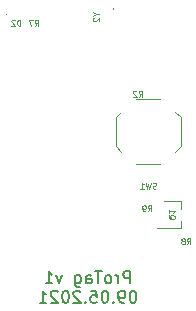
<source format=gbr>
G04 #@! TF.GenerationSoftware,KiCad,Pcbnew,(5.1.6)-1*
G04 #@! TF.CreationDate,2021-05-09T15:01:23+05:30*
G04 #@! TF.ProjectId,ProTag,50726f54-6167-42e6-9b69-6361645f7063,1*
G04 #@! TF.SameCoordinates,Original*
G04 #@! TF.FileFunction,Legend,Bot*
G04 #@! TF.FilePolarity,Positive*
%FSLAX45Y45*%
G04 Gerber Fmt 4.5, Leading zero omitted, Abs format (unit mm)*
G04 Created by KiCad (PCBNEW (5.1.6)-1) date 2021-05-09 15:01:23*
%MOMM*%
%LPD*%
G01*
G04 APERTURE LIST*
%ADD10C,0.150000*%
%ADD11C,0.100000*%
%ADD12C,0.120000*%
G04 APERTURE END LIST*
D10*
X18654762Y-13332738D02*
X18654762Y-13232738D01*
X18616667Y-13232738D01*
X18607143Y-13237500D01*
X18602381Y-13242262D01*
X18597619Y-13251786D01*
X18597619Y-13266071D01*
X18602381Y-13275595D01*
X18607143Y-13280357D01*
X18616667Y-13285119D01*
X18654762Y-13285119D01*
X18554762Y-13332738D02*
X18554762Y-13266071D01*
X18554762Y-13285119D02*
X18550000Y-13275595D01*
X18545238Y-13270833D01*
X18535714Y-13266071D01*
X18526190Y-13266071D01*
X18478571Y-13332738D02*
X18488095Y-13327976D01*
X18492857Y-13323214D01*
X18497619Y-13313690D01*
X18497619Y-13285119D01*
X18492857Y-13275595D01*
X18488095Y-13270833D01*
X18478571Y-13266071D01*
X18464286Y-13266071D01*
X18454762Y-13270833D01*
X18450000Y-13275595D01*
X18445238Y-13285119D01*
X18445238Y-13313690D01*
X18450000Y-13323214D01*
X18454762Y-13327976D01*
X18464286Y-13332738D01*
X18478571Y-13332738D01*
X18416667Y-13232738D02*
X18359524Y-13232738D01*
X18388095Y-13332738D02*
X18388095Y-13232738D01*
X18283333Y-13332738D02*
X18283333Y-13280357D01*
X18288095Y-13270833D01*
X18297619Y-13266071D01*
X18316667Y-13266071D01*
X18326190Y-13270833D01*
X18283333Y-13327976D02*
X18292857Y-13332738D01*
X18316667Y-13332738D01*
X18326190Y-13327976D01*
X18330952Y-13318452D01*
X18330952Y-13308928D01*
X18326190Y-13299405D01*
X18316667Y-13294643D01*
X18292857Y-13294643D01*
X18283333Y-13289881D01*
X18192857Y-13266071D02*
X18192857Y-13347024D01*
X18197619Y-13356548D01*
X18202381Y-13361309D01*
X18211905Y-13366071D01*
X18226190Y-13366071D01*
X18235714Y-13361309D01*
X18192857Y-13327976D02*
X18202381Y-13332738D01*
X18221429Y-13332738D01*
X18230952Y-13327976D01*
X18235714Y-13323214D01*
X18240476Y-13313690D01*
X18240476Y-13285119D01*
X18235714Y-13275595D01*
X18230952Y-13270833D01*
X18221429Y-13266071D01*
X18202381Y-13266071D01*
X18192857Y-13270833D01*
X18078571Y-13266071D02*
X18054762Y-13332738D01*
X18030952Y-13266071D01*
X17940476Y-13332738D02*
X17997619Y-13332738D01*
X17969048Y-13332738D02*
X17969048Y-13232738D01*
X17978571Y-13247024D01*
X17988095Y-13256548D01*
X17997619Y-13261309D01*
X18685714Y-13397738D02*
X18676190Y-13397738D01*
X18666667Y-13402500D01*
X18661905Y-13407262D01*
X18657143Y-13416786D01*
X18652381Y-13435833D01*
X18652381Y-13459643D01*
X18657143Y-13478690D01*
X18661905Y-13488214D01*
X18666667Y-13492976D01*
X18676190Y-13497738D01*
X18685714Y-13497738D01*
X18695238Y-13492976D01*
X18700000Y-13488214D01*
X18704762Y-13478690D01*
X18709524Y-13459643D01*
X18709524Y-13435833D01*
X18704762Y-13416786D01*
X18700000Y-13407262D01*
X18695238Y-13402500D01*
X18685714Y-13397738D01*
X18604762Y-13497738D02*
X18585714Y-13497738D01*
X18576190Y-13492976D01*
X18571429Y-13488214D01*
X18561905Y-13473928D01*
X18557143Y-13454881D01*
X18557143Y-13416786D01*
X18561905Y-13407262D01*
X18566667Y-13402500D01*
X18576190Y-13397738D01*
X18595238Y-13397738D01*
X18604762Y-13402500D01*
X18609524Y-13407262D01*
X18614286Y-13416786D01*
X18614286Y-13440595D01*
X18609524Y-13450119D01*
X18604762Y-13454881D01*
X18595238Y-13459643D01*
X18576190Y-13459643D01*
X18566667Y-13454881D01*
X18561905Y-13450119D01*
X18557143Y-13440595D01*
X18514286Y-13488214D02*
X18509524Y-13492976D01*
X18514286Y-13497738D01*
X18519048Y-13492976D01*
X18514286Y-13488214D01*
X18514286Y-13497738D01*
X18447619Y-13397738D02*
X18438095Y-13397738D01*
X18428571Y-13402500D01*
X18423810Y-13407262D01*
X18419048Y-13416786D01*
X18414286Y-13435833D01*
X18414286Y-13459643D01*
X18419048Y-13478690D01*
X18423810Y-13488214D01*
X18428571Y-13492976D01*
X18438095Y-13497738D01*
X18447619Y-13497738D01*
X18457143Y-13492976D01*
X18461905Y-13488214D01*
X18466667Y-13478690D01*
X18471429Y-13459643D01*
X18471429Y-13435833D01*
X18466667Y-13416786D01*
X18461905Y-13407262D01*
X18457143Y-13402500D01*
X18447619Y-13397738D01*
X18323810Y-13397738D02*
X18371429Y-13397738D01*
X18376190Y-13445357D01*
X18371429Y-13440595D01*
X18361905Y-13435833D01*
X18338095Y-13435833D01*
X18328571Y-13440595D01*
X18323810Y-13445357D01*
X18319048Y-13454881D01*
X18319048Y-13478690D01*
X18323810Y-13488214D01*
X18328571Y-13492976D01*
X18338095Y-13497738D01*
X18361905Y-13497738D01*
X18371429Y-13492976D01*
X18376190Y-13488214D01*
X18276190Y-13488214D02*
X18271429Y-13492976D01*
X18276190Y-13497738D01*
X18280952Y-13492976D01*
X18276190Y-13488214D01*
X18276190Y-13497738D01*
X18233333Y-13407262D02*
X18228571Y-13402500D01*
X18219048Y-13397738D01*
X18195238Y-13397738D01*
X18185714Y-13402500D01*
X18180952Y-13407262D01*
X18176190Y-13416786D01*
X18176190Y-13426309D01*
X18180952Y-13440595D01*
X18238095Y-13497738D01*
X18176190Y-13497738D01*
X18114286Y-13397738D02*
X18104762Y-13397738D01*
X18095238Y-13402500D01*
X18090476Y-13407262D01*
X18085714Y-13416786D01*
X18080952Y-13435833D01*
X18080952Y-13459643D01*
X18085714Y-13478690D01*
X18090476Y-13488214D01*
X18095238Y-13492976D01*
X18104762Y-13497738D01*
X18114286Y-13497738D01*
X18123810Y-13492976D01*
X18128571Y-13488214D01*
X18133333Y-13478690D01*
X18138095Y-13459643D01*
X18138095Y-13435833D01*
X18133333Y-13416786D01*
X18128571Y-13407262D01*
X18123810Y-13402500D01*
X18114286Y-13397738D01*
X18042857Y-13407262D02*
X18038095Y-13402500D01*
X18028571Y-13397738D01*
X18004762Y-13397738D01*
X17995238Y-13402500D01*
X17990476Y-13407262D01*
X17985714Y-13416786D01*
X17985714Y-13426309D01*
X17990476Y-13440595D01*
X18047619Y-13497738D01*
X17985714Y-13497738D01*
X17890476Y-13497738D02*
X17947619Y-13497738D01*
X17919048Y-13497738D02*
X17919048Y-13397738D01*
X17928571Y-13412024D01*
X17938095Y-13421548D01*
X17947619Y-13426309D01*
D11*
G04 #@! TO.C,D2*
X17609000Y-11060000D02*
G75*
G03*
X17609000Y-11060000I-5000J0D01*
G01*
D12*
G04 #@! TO.C,Q1*
X18944500Y-12636500D02*
X19085500Y-12636500D01*
X19085500Y-12868500D02*
X18882500Y-12868500D01*
X19085500Y-12868500D02*
X19085500Y-12802500D01*
X19085500Y-12702500D02*
X19085500Y-12636500D01*
G04 #@! TO.C,SW1*
X19085000Y-12175000D02*
X19085000Y-11925000D01*
X18910000Y-12325000D02*
X18710000Y-12325000D01*
X18535000Y-12175000D02*
X18535000Y-11925000D01*
X18910000Y-11775000D02*
X18710000Y-11775000D01*
X19040000Y-12220000D02*
X19085000Y-12175000D01*
X19040000Y-11880000D02*
X19085000Y-11925000D01*
X18580000Y-11880000D02*
X18535000Y-11925000D01*
X18580000Y-12220000D02*
X18535000Y-12175000D01*
D11*
G04 #@! TO.C,Y2*
X18510000Y-11010000D02*
X18510000Y-11010000D01*
X18510000Y-11000000D02*
X18510000Y-11000000D01*
X18510000Y-11010000D02*
G75*
G03*
X18510000Y-11000000I0J5000D01*
G01*
X18510000Y-11000000D02*
G75*
G03*
X18510000Y-11010000I0J-5000D01*
G01*
G04 #@! TO.C,D2*
X17726905Y-11152619D02*
X17726905Y-11102619D01*
X17715000Y-11102619D01*
X17707857Y-11105000D01*
X17703095Y-11109762D01*
X17700714Y-11114524D01*
X17698333Y-11124048D01*
X17698333Y-11131190D01*
X17700714Y-11140714D01*
X17703095Y-11145476D01*
X17707857Y-11150238D01*
X17715000Y-11152619D01*
X17726905Y-11152619D01*
X17679286Y-11107381D02*
X17676905Y-11105000D01*
X17672143Y-11102619D01*
X17660238Y-11102619D01*
X17655476Y-11105000D01*
X17653095Y-11107381D01*
X17650714Y-11112143D01*
X17650714Y-11116905D01*
X17653095Y-11124048D01*
X17681667Y-11152619D01*
X17650714Y-11152619D01*
G04 #@! TO.C,Q1*
X18982619Y-12754762D02*
X18985000Y-12759524D01*
X18989762Y-12764286D01*
X18996905Y-12771428D01*
X18999286Y-12776190D01*
X18999286Y-12780952D01*
X18987381Y-12778571D02*
X18989762Y-12783333D01*
X18994524Y-12788095D01*
X19004048Y-12790476D01*
X19020714Y-12790476D01*
X19030238Y-12788095D01*
X19035000Y-12783333D01*
X19037381Y-12778571D01*
X19037381Y-12769048D01*
X19035000Y-12764286D01*
X19030238Y-12759524D01*
X19020714Y-12757143D01*
X19004048Y-12757143D01*
X18994524Y-12759524D01*
X18989762Y-12764286D01*
X18987381Y-12769048D01*
X18987381Y-12778571D01*
X18987381Y-12709524D02*
X18987381Y-12738095D01*
X18987381Y-12723809D02*
X19037381Y-12723809D01*
X19030238Y-12728571D01*
X19025476Y-12733333D01*
X19023095Y-12738095D01*
G04 #@! TO.C,R2*
X18728333Y-11752619D02*
X18745000Y-11728809D01*
X18756905Y-11752619D02*
X18756905Y-11702619D01*
X18737857Y-11702619D01*
X18733095Y-11705000D01*
X18730714Y-11707381D01*
X18728333Y-11712143D01*
X18728333Y-11719286D01*
X18730714Y-11724048D01*
X18733095Y-11726428D01*
X18737857Y-11728809D01*
X18756905Y-11728809D01*
X18709286Y-11707381D02*
X18706905Y-11705000D01*
X18702143Y-11702619D01*
X18690238Y-11702619D01*
X18685476Y-11705000D01*
X18683095Y-11707381D01*
X18680714Y-11712143D01*
X18680714Y-11716905D01*
X18683095Y-11724048D01*
X18711667Y-11752619D01*
X18680714Y-11752619D01*
G04 #@! TO.C,R7*
X17848333Y-11152619D02*
X17865000Y-11128810D01*
X17876905Y-11152619D02*
X17876905Y-11102619D01*
X17857857Y-11102619D01*
X17853095Y-11105000D01*
X17850714Y-11107381D01*
X17848333Y-11112143D01*
X17848333Y-11119286D01*
X17850714Y-11124048D01*
X17853095Y-11126429D01*
X17857857Y-11128810D01*
X17876905Y-11128810D01*
X17831667Y-11102619D02*
X17798333Y-11102619D01*
X17819762Y-11152619D01*
G04 #@! TO.C,R8*
X19138333Y-13002619D02*
X19155000Y-12978809D01*
X19166905Y-13002619D02*
X19166905Y-12952619D01*
X19147857Y-12952619D01*
X19143095Y-12955000D01*
X19140714Y-12957381D01*
X19138333Y-12962143D01*
X19138333Y-12969286D01*
X19140714Y-12974048D01*
X19143095Y-12976428D01*
X19147857Y-12978809D01*
X19166905Y-12978809D01*
X19109762Y-12974048D02*
X19114524Y-12971667D01*
X19116905Y-12969286D01*
X19119286Y-12964524D01*
X19119286Y-12962143D01*
X19116905Y-12957381D01*
X19114524Y-12955000D01*
X19109762Y-12952619D01*
X19100238Y-12952619D01*
X19095476Y-12955000D01*
X19093095Y-12957381D01*
X19090714Y-12962143D01*
X19090714Y-12964524D01*
X19093095Y-12969286D01*
X19095476Y-12971667D01*
X19100238Y-12974048D01*
X19109762Y-12974048D01*
X19114524Y-12976428D01*
X19116905Y-12978809D01*
X19119286Y-12983571D01*
X19119286Y-12993095D01*
X19116905Y-12997857D01*
X19114524Y-13000238D01*
X19109762Y-13002619D01*
X19100238Y-13002619D01*
X19095476Y-13000238D01*
X19093095Y-12997857D01*
X19090714Y-12993095D01*
X19090714Y-12983571D01*
X19093095Y-12978809D01*
X19095476Y-12976428D01*
X19100238Y-12974048D01*
G04 #@! TO.C,R9*
X18808333Y-12722619D02*
X18825000Y-12698809D01*
X18836905Y-12722619D02*
X18836905Y-12672619D01*
X18817857Y-12672619D01*
X18813095Y-12675000D01*
X18810714Y-12677381D01*
X18808333Y-12682143D01*
X18808333Y-12689286D01*
X18810714Y-12694048D01*
X18813095Y-12696428D01*
X18817857Y-12698809D01*
X18836905Y-12698809D01*
X18784524Y-12722619D02*
X18775000Y-12722619D01*
X18770238Y-12720238D01*
X18767857Y-12717857D01*
X18763095Y-12710714D01*
X18760714Y-12701190D01*
X18760714Y-12682143D01*
X18763095Y-12677381D01*
X18765476Y-12675000D01*
X18770238Y-12672619D01*
X18779762Y-12672619D01*
X18784524Y-12675000D01*
X18786905Y-12677381D01*
X18789286Y-12682143D01*
X18789286Y-12694048D01*
X18786905Y-12698809D01*
X18784524Y-12701190D01*
X18779762Y-12703571D01*
X18770238Y-12703571D01*
X18765476Y-12701190D01*
X18763095Y-12698809D01*
X18760714Y-12694048D01*
G04 #@! TO.C,SW1*
X18876667Y-12530238D02*
X18869524Y-12532619D01*
X18857619Y-12532619D01*
X18852857Y-12530238D01*
X18850476Y-12527857D01*
X18848095Y-12523095D01*
X18848095Y-12518333D01*
X18850476Y-12513571D01*
X18852857Y-12511190D01*
X18857619Y-12508809D01*
X18867143Y-12506428D01*
X18871905Y-12504048D01*
X18874286Y-12501667D01*
X18876667Y-12496905D01*
X18876667Y-12492143D01*
X18874286Y-12487381D01*
X18871905Y-12485000D01*
X18867143Y-12482619D01*
X18855238Y-12482619D01*
X18848095Y-12485000D01*
X18831429Y-12482619D02*
X18819524Y-12532619D01*
X18810000Y-12496905D01*
X18800476Y-12532619D01*
X18788571Y-12482619D01*
X18743333Y-12532619D02*
X18771905Y-12532619D01*
X18757619Y-12532619D02*
X18757619Y-12482619D01*
X18762381Y-12489762D01*
X18767143Y-12494524D01*
X18771905Y-12496905D01*
G04 #@! TO.C,Y2*
X18368810Y-11056190D02*
X18392619Y-11056190D01*
X18342619Y-11039524D02*
X18368810Y-11056190D01*
X18342619Y-11072857D01*
X18347381Y-11087143D02*
X18345000Y-11089524D01*
X18342619Y-11094286D01*
X18342619Y-11106190D01*
X18345000Y-11110952D01*
X18347381Y-11113333D01*
X18352143Y-11115714D01*
X18356905Y-11115714D01*
X18364048Y-11113333D01*
X18392619Y-11084762D01*
X18392619Y-11115714D01*
G04 #@! TD*
M02*

</source>
